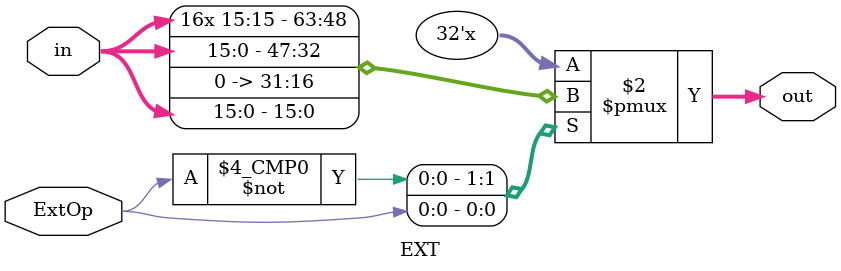
<source format=v>
`timescale 1ns / 1ps
module EXT(
    input [15:0] in,
    output reg [31:0] out,
    input ExtOp
    );
	 always @(*)begin
		case(ExtOp)
			0: out <= {{16{in[15]}},in};
			1: out <=  {{16{1'b0}},in};
		endcase
	 end
endmodule

</source>
